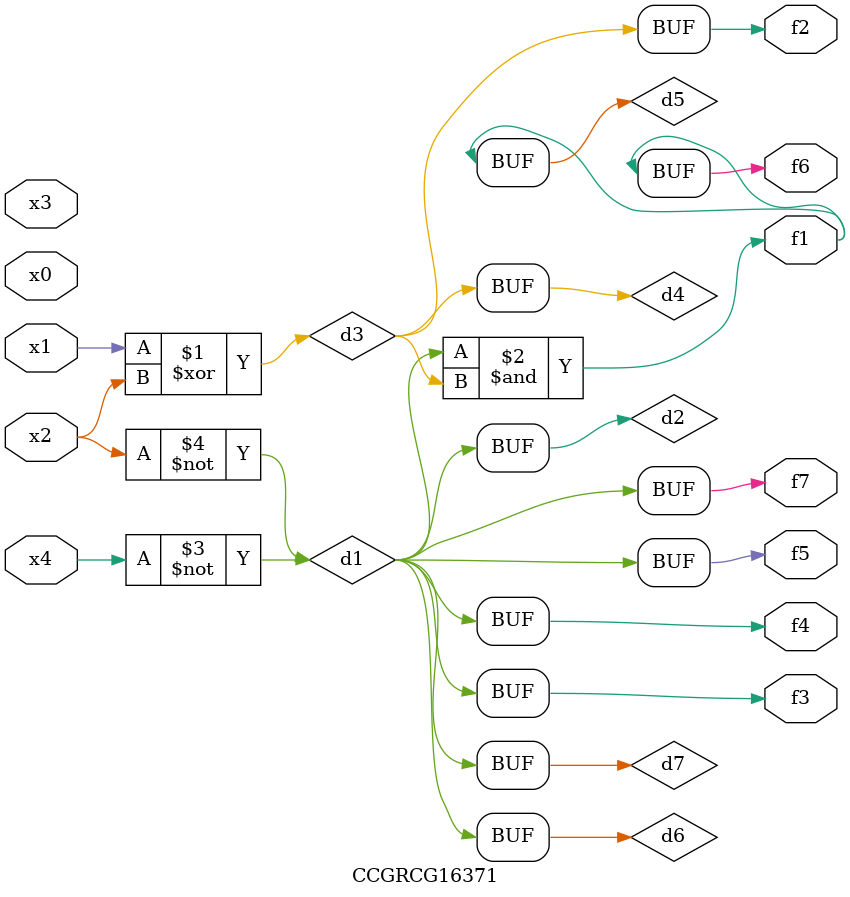
<source format=v>
module CCGRCG16371(
	input x0, x1, x2, x3, x4,
	output f1, f2, f3, f4, f5, f6, f7
);

	wire d1, d2, d3, d4, d5, d6, d7;

	not (d1, x4);
	not (d2, x2);
	xor (d3, x1, x2);
	buf (d4, d3);
	and (d5, d1, d3);
	buf (d6, d1, d2);
	buf (d7, d2);
	assign f1 = d5;
	assign f2 = d4;
	assign f3 = d7;
	assign f4 = d7;
	assign f5 = d7;
	assign f6 = d5;
	assign f7 = d7;
endmodule

</source>
